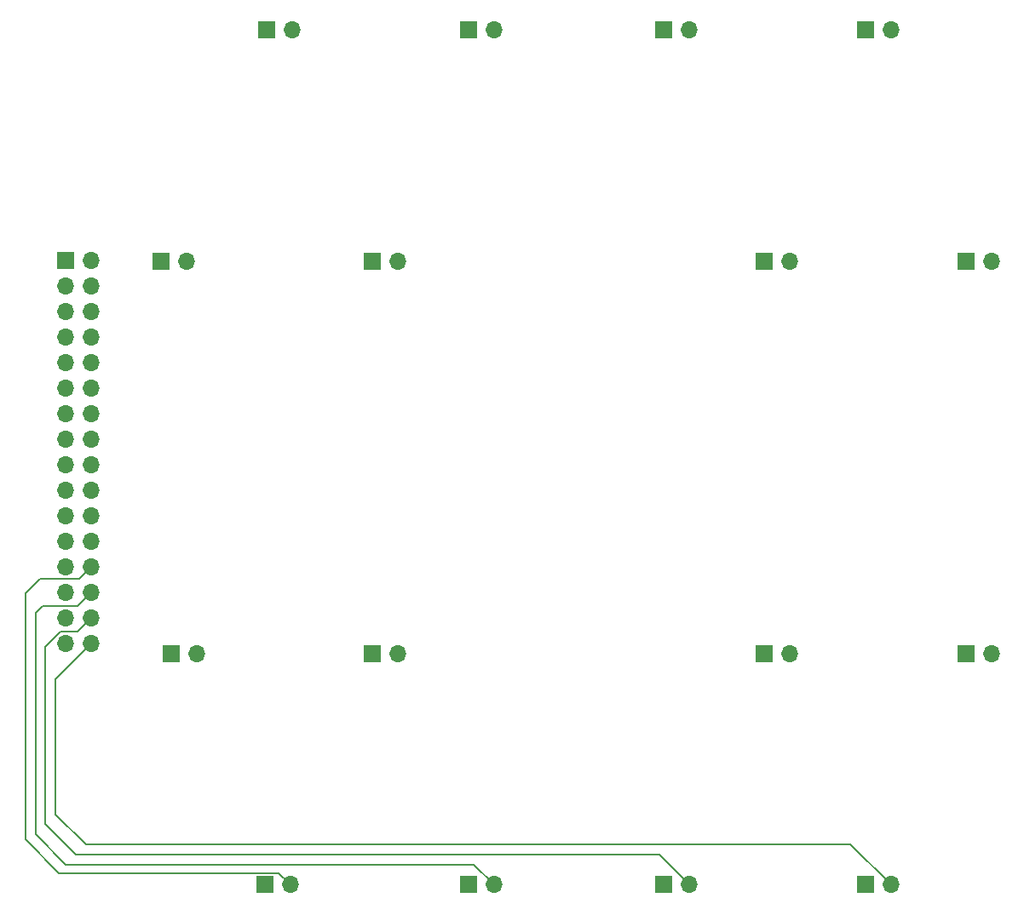
<source format=gbr>
%TF.GenerationSoftware,KiCad,Pcbnew,8.0.6*%
%TF.CreationDate,2025-01-23T15:03:01-05:00*%
%TF.ProjectId,MagneticActuationBoard,4d61676e-6574-4696-9341-637475617469,rev?*%
%TF.SameCoordinates,Original*%
%TF.FileFunction,Copper,L2,Bot*%
%TF.FilePolarity,Positive*%
%FSLAX46Y46*%
G04 Gerber Fmt 4.6, Leading zero omitted, Abs format (unit mm)*
G04 Created by KiCad (PCBNEW 8.0.6) date 2025-01-23 15:03:01*
%MOMM*%
%LPD*%
G01*
G04 APERTURE LIST*
%TA.AperFunction,ComponentPad*%
%ADD10R,1.700000X1.700000*%
%TD*%
%TA.AperFunction,ComponentPad*%
%ADD11O,1.700000X1.700000*%
%TD*%
%TA.AperFunction,Conductor*%
%ADD12C,0.200000*%
%TD*%
G04 APERTURE END LIST*
D10*
%TO.P,J0,1,Pin_1*%
%TO.N,Net-(J0-Pin_1)*%
X136000000Y-85900000D03*
D11*
%TO.P,J0,2,Pin_2*%
%TO.N,Net-(J0-Pin_2)*%
X138540000Y-85900000D03*
%TO.P,J0,3,Pin_3*%
%TO.N,Net-(J0-Pin_3)*%
X136000000Y-88440000D03*
%TO.P,J0,4,Pin_4*%
%TO.N,Net-(J0-Pin_4)*%
X138540000Y-88440000D03*
%TO.P,J0,5,Pin_5*%
%TO.N,Net-(J0-Pin_5)*%
X136000000Y-90980000D03*
%TO.P,J0,6,Pin_6*%
%TO.N,Net-(J0-Pin_6)*%
X138540000Y-90980000D03*
%TO.P,J0,7,Pin_7*%
%TO.N,Net-(J0-Pin_7)*%
X136000000Y-93520000D03*
%TO.P,J0,8,Pin_8*%
%TO.N,Net-(J0-Pin_8)*%
X138540000Y-93520000D03*
%TO.P,J0,9,Pin_9*%
%TO.N,Net-(J0-Pin_9)*%
X136000000Y-96060000D03*
%TO.P,J0,10,Pin_10*%
%TO.N,Net-(J0-Pin_10)*%
X138540000Y-96060000D03*
%TO.P,J0,11,Pin_11*%
%TO.N,Net-(J0-Pin_11)*%
X136000000Y-98600000D03*
%TO.P,J0,12,Pin_12*%
%TO.N,Net-(J0-Pin_12)*%
X138540000Y-98600000D03*
%TO.P,J0,13,Pin_13*%
%TO.N,Net-(J0-Pin_13)*%
X136000000Y-101140000D03*
%TO.P,J0,14,Pin_14*%
%TO.N,Net-(J0-Pin_14)*%
X138540000Y-101140000D03*
%TO.P,J0,15,Pin_15*%
%TO.N,Net-(J0-Pin_15)*%
X136000000Y-103680000D03*
%TO.P,J0,16,Pin_16*%
%TO.N,Net-(J0-Pin_16)*%
X138540000Y-103680000D03*
%TO.P,J0,17,Pin_17*%
%TO.N,Net-(J0-Pin_17)*%
X136000000Y-106220000D03*
%TO.P,J0,18,Pin_18*%
%TO.N,Net-(J0-Pin_18)*%
X138540000Y-106220000D03*
%TO.P,J0,19,Pin_19*%
%TO.N,Net-(J0-Pin_19)*%
X136000000Y-108760000D03*
%TO.P,J0,20,Pin_20*%
%TO.N,Net-(J0-Pin_20)*%
X138540000Y-108760000D03*
%TO.P,J0,21,Pin_21*%
%TO.N,Net-(J0-Pin_21)*%
X136000000Y-111300000D03*
%TO.P,J0,22,Pin_22*%
%TO.N,Net-(J0-Pin_22)*%
X138540000Y-111300000D03*
%TO.P,J0,23,Pin_23*%
%TO.N,Net-(J0-Pin_23)*%
X136000000Y-113840000D03*
%TO.P,J0,24,Pin_24*%
%TO.N,Net-(J0-Pin_24)*%
X138540000Y-113840000D03*
%TO.P,J0,25,Pin_25*%
%TO.N,Net-(J0-Pin_25)*%
X136000000Y-116380000D03*
%TO.P,J0,26,Pin_26*%
%TO.N,Net-(J0-Pin_26)*%
X138540000Y-116380000D03*
%TO.P,J0,27,Pin_27*%
%TO.N,Net-(J0-Pin_27)*%
X136000000Y-118920000D03*
%TO.P,J0,28,Pin_28*%
%TO.N,Net-(J0-Pin_28)*%
X138540000Y-118920000D03*
%TO.P,J0,29,Pin_29*%
%TO.N,Net-(J0-Pin_29)*%
X136000000Y-121460000D03*
%TO.P,J0,30,Pin_30*%
%TO.N,Net-(J0-Pin_30)*%
X138540000Y-121460000D03*
%TO.P,J0,31,Pin_31*%
%TO.N,Net-(J0-Pin_31)*%
X136000000Y-124000000D03*
%TO.P,J0,32,Pin_32*%
%TO.N,Net-(J0-Pin_32)*%
X138540000Y-124000000D03*
%TD*%
D10*
%TO.P,J16,1,Pin_1*%
%TO.N,Net-(J0-Pin_31)*%
X215460000Y-148000000D03*
D11*
%TO.P,J16,2,Pin_2*%
%TO.N,Net-(J0-Pin_32)*%
X218000000Y-148000000D03*
%TD*%
D10*
%TO.P,J15,1,Pin_1*%
%TO.N,Net-(J0-Pin_29)*%
X195460000Y-148000000D03*
D11*
%TO.P,J15,2,Pin_2*%
%TO.N,Net-(J0-Pin_30)*%
X198000000Y-148000000D03*
%TD*%
D10*
%TO.P,J14,1,Pin_1*%
%TO.N,Net-(J0-Pin_27)*%
X176000000Y-148000000D03*
D11*
%TO.P,J14,2,Pin_2*%
%TO.N,Net-(J0-Pin_28)*%
X178540000Y-148000000D03*
%TD*%
D10*
%TO.P,J13,1,Pin_1*%
%TO.N,Net-(J0-Pin_25)*%
X155766668Y-148000000D03*
D11*
%TO.P,J13,2,Pin_2*%
%TO.N,Net-(J0-Pin_26)*%
X158306668Y-148000000D03*
%TD*%
%TO.P,J12,2,Pin_2*%
%TO.N,Net-(J0-Pin_24)*%
X228000000Y-125000000D03*
D10*
%TO.P,J12,1,Pin_1*%
%TO.N,Net-(J0-Pin_23)*%
X225460000Y-125000000D03*
%TD*%
%TO.P,J11,1,Pin_1*%
%TO.N,Net-(J0-Pin_21)*%
X205460000Y-125000000D03*
D11*
%TO.P,J11,2,Pin_2*%
%TO.N,Net-(J0-Pin_22)*%
X208000000Y-125000000D03*
%TD*%
%TO.P,J10,2,Pin_2*%
%TO.N,Net-(J0-Pin_20)*%
X169000000Y-125000000D03*
D10*
%TO.P,J10,1,Pin_1*%
%TO.N,Net-(J0-Pin_19)*%
X166460000Y-125000000D03*
%TD*%
%TO.P,J9,1,Pin_1*%
%TO.N,Net-(J0-Pin_17)*%
X146460000Y-125000000D03*
D11*
%TO.P,J9,2,Pin_2*%
%TO.N,Net-(J0-Pin_18)*%
X149000000Y-125000000D03*
%TD*%
%TO.P,J8,2,Pin_2*%
%TO.N,Net-(J0-Pin_16)*%
X228000000Y-86000000D03*
D10*
%TO.P,J8,1,Pin_1*%
%TO.N,Net-(J0-Pin_15)*%
X225460000Y-86000000D03*
%TD*%
%TO.P,J7,1,Pin_1*%
%TO.N,Net-(J0-Pin_13)*%
X205460000Y-86000000D03*
D11*
%TO.P,J7,2,Pin_2*%
%TO.N,Net-(J0-Pin_14)*%
X208000000Y-86000000D03*
%TD*%
D10*
%TO.P,J6,1,Pin_1*%
%TO.N,Net-(J0-Pin_11)*%
X166460000Y-86000000D03*
D11*
%TO.P,J6,2,Pin_2*%
%TO.N,Net-(J0-Pin_12)*%
X169000000Y-86000000D03*
%TD*%
D10*
%TO.P,J5,1,Pin_1*%
%TO.N,Net-(J0-Pin_9)*%
X145460000Y-86000000D03*
D11*
%TO.P,J5,2,Pin_2*%
%TO.N,Net-(J0-Pin_10)*%
X148000000Y-86000000D03*
%TD*%
D10*
%TO.P,J4,1,Pin_1*%
%TO.N,Net-(J0-Pin_7)*%
X215460000Y-63000000D03*
D11*
%TO.P,J4,2,Pin_2*%
%TO.N,Net-(J0-Pin_8)*%
X218000000Y-63000000D03*
%TD*%
D10*
%TO.P,J3,1,Pin_1*%
%TO.N,Net-(J0-Pin_5)*%
X195460000Y-63000000D03*
D11*
%TO.P,J3,2,Pin_2*%
%TO.N,Net-(J0-Pin_6)*%
X198000000Y-63000000D03*
%TD*%
D10*
%TO.P,J2,1,Pin_1*%
%TO.N,Net-(J0-Pin_3)*%
X176000000Y-63000000D03*
D11*
%TO.P,J2,2,Pin_2*%
%TO.N,Net-(J0-Pin_4)*%
X178540000Y-63000000D03*
%TD*%
%TO.P,J1,2,Pin_2*%
%TO.N,Net-(J0-Pin_2)*%
X158540000Y-63000000D03*
D10*
%TO.P,J1,1,Pin_1*%
%TO.N,Net-(J0-Pin_1)*%
X156000000Y-63000000D03*
%TD*%
D12*
%TO.N,Net-(J0-Pin_26)*%
X158306668Y-148000000D02*
X157156668Y-146850000D01*
X133460000Y-117540000D02*
X137380000Y-117540000D01*
X135350000Y-146850000D02*
X132000000Y-143500000D01*
X157156668Y-146850000D02*
X135350000Y-146850000D01*
X137380000Y-117540000D02*
X138540000Y-116380000D01*
X132000000Y-143500000D02*
X132000000Y-119000000D01*
X132000000Y-119000000D02*
X133460000Y-117540000D01*
%TO.N,Net-(J0-Pin_28)*%
X178540000Y-148000000D02*
X176540000Y-146000000D01*
X176540000Y-146000000D02*
X136000000Y-146000000D01*
X133690000Y-120310000D02*
X137150000Y-120310000D01*
X136000000Y-146000000D02*
X133000000Y-143000000D01*
X133000000Y-143000000D02*
X133000000Y-121000000D01*
X137150000Y-120310000D02*
X138540000Y-118920000D01*
X133000000Y-121000000D02*
X133690000Y-120310000D01*
%TO.N,Net-(J0-Pin_30)*%
X198000000Y-148000000D02*
X195000000Y-145000000D01*
X134000000Y-124373654D02*
X135523654Y-122850000D01*
X134000000Y-142000000D02*
X134000000Y-124373654D01*
X195000000Y-145000000D02*
X137000000Y-145000000D01*
X137000000Y-145000000D02*
X134000000Y-142000000D01*
X135523654Y-122850000D02*
X137150000Y-122850000D01*
X137150000Y-122850000D02*
X138540000Y-121460000D01*
%TO.N,Net-(J0-Pin_32)*%
X218000000Y-148000000D02*
X214000000Y-144000000D01*
X214000000Y-144000000D02*
X138000000Y-144000000D01*
X135000000Y-127540000D02*
X138540000Y-124000000D01*
X138000000Y-144000000D02*
X135000000Y-141000000D01*
X135000000Y-141000000D02*
X135000000Y-127540000D01*
%TD*%
M02*

</source>
